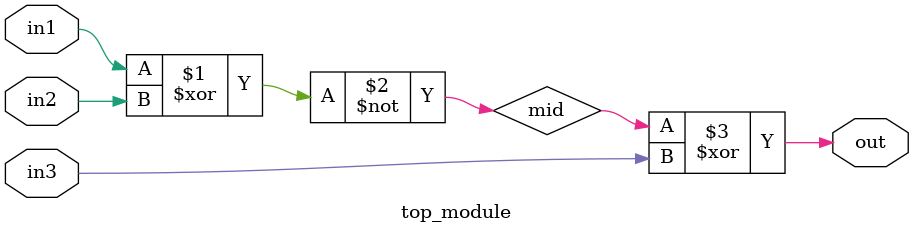
<source format=v>
module top_module (
    input in1,
    input in2,
    input in3,
    output out);
    wire mid;
    assign mid = ~(in1 ^ in2);
    assign out = mid ^ in3;
endmodule

</source>
